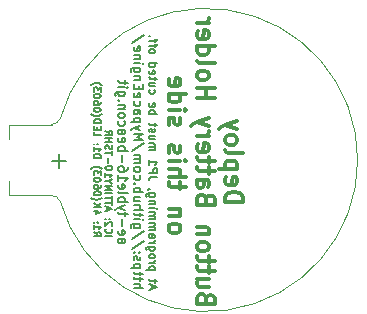
<source format=gbr>
G04 #@! TF.FileFunction,Legend,Bot*
%FSLAX46Y46*%
G04 Gerber Fmt 4.6, Leading zero omitted, Abs format (unit mm)*
G04 Created by KiCad (PCBNEW 4.0.1-stable) date 2019/04/06 0:17:03*
%MOMM*%
G01*
G04 APERTURE LIST*
%ADD10C,0.100000*%
%ADD11C,0.150000*%
%ADD12C,0.200000*%
%ADD13C,0.300000*%
%ADD14C,0.120000*%
G04 APERTURE END LIST*
D10*
D11*
X159083333Y-115916663D02*
X159083333Y-115583329D01*
X158883333Y-115983329D02*
X159583333Y-115749996D01*
X158883333Y-115516663D01*
X159350000Y-115383329D02*
X159350000Y-115116663D01*
X159583333Y-115283329D02*
X158983333Y-115283329D01*
X158916667Y-115249996D01*
X158883333Y-115183329D01*
X158883333Y-115116663D01*
X159350000Y-114349996D02*
X158650000Y-114349996D01*
X159316667Y-114349996D02*
X159350000Y-114283330D01*
X159350000Y-114149996D01*
X159316667Y-114083330D01*
X159283333Y-114049996D01*
X159216667Y-114016663D01*
X159016667Y-114016663D01*
X158950000Y-114049996D01*
X158916667Y-114083330D01*
X158883333Y-114149996D01*
X158883333Y-114283330D01*
X158916667Y-114349996D01*
X158883333Y-113716663D02*
X159350000Y-113716663D01*
X159216667Y-113716663D02*
X159283333Y-113683330D01*
X159316667Y-113649997D01*
X159350000Y-113583330D01*
X159350000Y-113516663D01*
X158883333Y-113183330D02*
X158916667Y-113249997D01*
X158950000Y-113283330D01*
X159016667Y-113316664D01*
X159216667Y-113316664D01*
X159283333Y-113283330D01*
X159316667Y-113249997D01*
X159350000Y-113183330D01*
X159350000Y-113083330D01*
X159316667Y-113016664D01*
X159283333Y-112983330D01*
X159216667Y-112949997D01*
X159016667Y-112949997D01*
X158950000Y-112983330D01*
X158916667Y-113016664D01*
X158883333Y-113083330D01*
X158883333Y-113183330D01*
X159350000Y-112349997D02*
X158783333Y-112349997D01*
X158716667Y-112383331D01*
X158683333Y-112416664D01*
X158650000Y-112483331D01*
X158650000Y-112583331D01*
X158683333Y-112649997D01*
X158916667Y-112349997D02*
X158883333Y-112416664D01*
X158883333Y-112549997D01*
X158916667Y-112616664D01*
X158950000Y-112649997D01*
X159016667Y-112683331D01*
X159216667Y-112683331D01*
X159283333Y-112649997D01*
X159316667Y-112616664D01*
X159350000Y-112549997D01*
X159350000Y-112416664D01*
X159316667Y-112349997D01*
X158883333Y-112016664D02*
X159350000Y-112016664D01*
X159216667Y-112016664D02*
X159283333Y-111983331D01*
X159316667Y-111949998D01*
X159350000Y-111883331D01*
X159350000Y-111816664D01*
X158883333Y-111283331D02*
X159250000Y-111283331D01*
X159316667Y-111316665D01*
X159350000Y-111383331D01*
X159350000Y-111516665D01*
X159316667Y-111583331D01*
X158916667Y-111283331D02*
X158883333Y-111349998D01*
X158883333Y-111516665D01*
X158916667Y-111583331D01*
X158983333Y-111616665D01*
X159050000Y-111616665D01*
X159116667Y-111583331D01*
X159150000Y-111516665D01*
X159150000Y-111349998D01*
X159183333Y-111283331D01*
X158883333Y-110949998D02*
X159350000Y-110949998D01*
X159283333Y-110949998D02*
X159316667Y-110916665D01*
X159350000Y-110849998D01*
X159350000Y-110749998D01*
X159316667Y-110683332D01*
X159250000Y-110649998D01*
X158883333Y-110649998D01*
X159250000Y-110649998D02*
X159316667Y-110616665D01*
X159350000Y-110549998D01*
X159350000Y-110449998D01*
X159316667Y-110383332D01*
X159250000Y-110349998D01*
X158883333Y-110349998D01*
X158883333Y-110016665D02*
X159350000Y-110016665D01*
X159283333Y-110016665D02*
X159316667Y-109983332D01*
X159350000Y-109916665D01*
X159350000Y-109816665D01*
X159316667Y-109749999D01*
X159250000Y-109716665D01*
X158883333Y-109716665D01*
X159250000Y-109716665D02*
X159316667Y-109683332D01*
X159350000Y-109616665D01*
X159350000Y-109516665D01*
X159316667Y-109449999D01*
X159250000Y-109416665D01*
X158883333Y-109416665D01*
X158883333Y-109083332D02*
X159350000Y-109083332D01*
X159583333Y-109083332D02*
X159550000Y-109116666D01*
X159516667Y-109083332D01*
X159550000Y-109049999D01*
X159583333Y-109083332D01*
X159516667Y-109083332D01*
X159350000Y-108749999D02*
X158883333Y-108749999D01*
X159283333Y-108749999D02*
X159316667Y-108716666D01*
X159350000Y-108649999D01*
X159350000Y-108549999D01*
X159316667Y-108483333D01*
X159250000Y-108449999D01*
X158883333Y-108449999D01*
X159350000Y-107816666D02*
X158783333Y-107816666D01*
X158716667Y-107850000D01*
X158683333Y-107883333D01*
X158650000Y-107950000D01*
X158650000Y-108050000D01*
X158683333Y-108116666D01*
X158916667Y-107816666D02*
X158883333Y-107883333D01*
X158883333Y-108016666D01*
X158916667Y-108083333D01*
X158950000Y-108116666D01*
X159016667Y-108150000D01*
X159216667Y-108150000D01*
X159283333Y-108116666D01*
X159316667Y-108083333D01*
X159350000Y-108016666D01*
X159350000Y-107883333D01*
X159316667Y-107816666D01*
X158916667Y-107450000D02*
X158883333Y-107450000D01*
X158816667Y-107483333D01*
X158783333Y-107516667D01*
X159583333Y-106416667D02*
X159083333Y-106416667D01*
X158983333Y-106450001D01*
X158916667Y-106516667D01*
X158883333Y-106616667D01*
X158883333Y-106683334D01*
X158883333Y-106083334D02*
X159583333Y-106083334D01*
X159583333Y-105816668D01*
X159550000Y-105750001D01*
X159516667Y-105716668D01*
X159450000Y-105683334D01*
X159350000Y-105683334D01*
X159283333Y-105716668D01*
X159250000Y-105750001D01*
X159216667Y-105816668D01*
X159216667Y-106083334D01*
X158883333Y-105016668D02*
X158883333Y-105416668D01*
X158883333Y-105216668D02*
X159583333Y-105216668D01*
X159483333Y-105283334D01*
X159416667Y-105350001D01*
X159383333Y-105416668D01*
X158883333Y-104183334D02*
X159350000Y-104183334D01*
X159283333Y-104183334D02*
X159316667Y-104150001D01*
X159350000Y-104083334D01*
X159350000Y-103983334D01*
X159316667Y-103916668D01*
X159250000Y-103883334D01*
X158883333Y-103883334D01*
X159250000Y-103883334D02*
X159316667Y-103850001D01*
X159350000Y-103783334D01*
X159350000Y-103683334D01*
X159316667Y-103616668D01*
X159250000Y-103583334D01*
X158883333Y-103583334D01*
X159350000Y-102950001D02*
X158883333Y-102950001D01*
X159350000Y-103250001D02*
X158983333Y-103250001D01*
X158916667Y-103216668D01*
X158883333Y-103150001D01*
X158883333Y-103050001D01*
X158916667Y-102983335D01*
X158950000Y-102950001D01*
X158916667Y-102650002D02*
X158883333Y-102583335D01*
X158883333Y-102450002D01*
X158916667Y-102383335D01*
X158983333Y-102350002D01*
X159016667Y-102350002D01*
X159083333Y-102383335D01*
X159116667Y-102450002D01*
X159116667Y-102550002D01*
X159150000Y-102616668D01*
X159216667Y-102650002D01*
X159250000Y-102650002D01*
X159316667Y-102616668D01*
X159350000Y-102550002D01*
X159350000Y-102450002D01*
X159316667Y-102383335D01*
X159350000Y-102150001D02*
X159350000Y-101883335D01*
X159583333Y-102050001D02*
X158983333Y-102050001D01*
X158916667Y-102016668D01*
X158883333Y-101950001D01*
X158883333Y-101883335D01*
X158883333Y-101116668D02*
X159583333Y-101116668D01*
X159316667Y-101116668D02*
X159350000Y-101050002D01*
X159350000Y-100916668D01*
X159316667Y-100850002D01*
X159283333Y-100816668D01*
X159216667Y-100783335D01*
X159016667Y-100783335D01*
X158950000Y-100816668D01*
X158916667Y-100850002D01*
X158883333Y-100916668D01*
X158883333Y-101050002D01*
X158916667Y-101116668D01*
X158916667Y-100216669D02*
X158883333Y-100283335D01*
X158883333Y-100416669D01*
X158916667Y-100483335D01*
X158983333Y-100516669D01*
X159250000Y-100516669D01*
X159316667Y-100483335D01*
X159350000Y-100416669D01*
X159350000Y-100283335D01*
X159316667Y-100216669D01*
X159250000Y-100183335D01*
X159183333Y-100183335D01*
X159116667Y-100516669D01*
X158916667Y-99050002D02*
X158883333Y-99116669D01*
X158883333Y-99250002D01*
X158916667Y-99316669D01*
X158950000Y-99350002D01*
X159016667Y-99383336D01*
X159216667Y-99383336D01*
X159283333Y-99350002D01*
X159316667Y-99316669D01*
X159350000Y-99250002D01*
X159350000Y-99116669D01*
X159316667Y-99050002D01*
X159350000Y-98450002D02*
X158883333Y-98450002D01*
X159350000Y-98750002D02*
X158983333Y-98750002D01*
X158916667Y-98716669D01*
X158883333Y-98650002D01*
X158883333Y-98550002D01*
X158916667Y-98483336D01*
X158950000Y-98450002D01*
X159350000Y-98216669D02*
X159350000Y-97950003D01*
X159583333Y-98116669D02*
X158983333Y-98116669D01*
X158916667Y-98083336D01*
X158883333Y-98016669D01*
X158883333Y-97950003D01*
X158916667Y-97450003D02*
X158883333Y-97516669D01*
X158883333Y-97650003D01*
X158916667Y-97716669D01*
X158983333Y-97750003D01*
X159250000Y-97750003D01*
X159316667Y-97716669D01*
X159350000Y-97650003D01*
X159350000Y-97516669D01*
X159316667Y-97450003D01*
X159250000Y-97416669D01*
X159183333Y-97416669D01*
X159116667Y-97750003D01*
X158883333Y-96816669D02*
X159583333Y-96816669D01*
X158916667Y-96816669D02*
X158883333Y-96883336D01*
X158883333Y-97016669D01*
X158916667Y-97083336D01*
X158950000Y-97116669D01*
X159016667Y-97150003D01*
X159216667Y-97150003D01*
X159283333Y-97116669D01*
X159316667Y-97083336D01*
X159350000Y-97016669D01*
X159350000Y-96883336D01*
X159316667Y-96816669D01*
X158883333Y-95850003D02*
X158916667Y-95916670D01*
X158950000Y-95950003D01*
X159016667Y-95983337D01*
X159216667Y-95983337D01*
X159283333Y-95950003D01*
X159316667Y-95916670D01*
X159350000Y-95850003D01*
X159350000Y-95750003D01*
X159316667Y-95683337D01*
X159283333Y-95650003D01*
X159216667Y-95616670D01*
X159016667Y-95616670D01*
X158950000Y-95650003D01*
X158916667Y-95683337D01*
X158883333Y-95750003D01*
X158883333Y-95850003D01*
X159350000Y-95416670D02*
X159350000Y-95150004D01*
X158883333Y-95316670D02*
X159483333Y-95316670D01*
X159550000Y-95283337D01*
X159583333Y-95216670D01*
X159583333Y-95150004D01*
X159350000Y-95016670D02*
X159350000Y-94750004D01*
X158883333Y-94916670D02*
X159483333Y-94916670D01*
X159550000Y-94883337D01*
X159583333Y-94816670D01*
X159583333Y-94750004D01*
X158950000Y-94516670D02*
X158916667Y-94483337D01*
X158883333Y-94516670D01*
X158916667Y-94550004D01*
X158950000Y-94516670D01*
X158883333Y-94516670D01*
D12*
X157598095Y-115828573D02*
X158398095Y-115828573D01*
X157598095Y-115485716D02*
X158017143Y-115485716D01*
X158093333Y-115523811D01*
X158131429Y-115600001D01*
X158131429Y-115714287D01*
X158093333Y-115790478D01*
X158055238Y-115828573D01*
X158131429Y-115219049D02*
X158131429Y-114914287D01*
X158398095Y-115104763D02*
X157712381Y-115104763D01*
X157636190Y-115066668D01*
X157598095Y-114990477D01*
X157598095Y-114914287D01*
X158131429Y-114761906D02*
X158131429Y-114457144D01*
X158398095Y-114647620D02*
X157712381Y-114647620D01*
X157636190Y-114609525D01*
X157598095Y-114533334D01*
X157598095Y-114457144D01*
X158131429Y-114190477D02*
X157331429Y-114190477D01*
X158093333Y-114190477D02*
X158131429Y-114114286D01*
X158131429Y-113961905D01*
X158093333Y-113885715D01*
X158055238Y-113847620D01*
X157979048Y-113809524D01*
X157750476Y-113809524D01*
X157674286Y-113847620D01*
X157636190Y-113885715D01*
X157598095Y-113961905D01*
X157598095Y-114114286D01*
X157636190Y-114190477D01*
X157636190Y-113504762D02*
X157598095Y-113428572D01*
X157598095Y-113276191D01*
X157636190Y-113200000D01*
X157712381Y-113161905D01*
X157750476Y-113161905D01*
X157826667Y-113200000D01*
X157864762Y-113276191D01*
X157864762Y-113390476D01*
X157902857Y-113466667D01*
X157979048Y-113504762D01*
X158017143Y-113504762D01*
X158093333Y-113466667D01*
X158131429Y-113390476D01*
X158131429Y-113276191D01*
X158093333Y-113200000D01*
X157674286Y-112819048D02*
X157636190Y-112780953D01*
X157598095Y-112819048D01*
X157636190Y-112857143D01*
X157674286Y-112819048D01*
X157598095Y-112819048D01*
X158093333Y-112819048D02*
X158055238Y-112780953D01*
X158017143Y-112819048D01*
X158055238Y-112857143D01*
X158093333Y-112819048D01*
X158017143Y-112819048D01*
X158436190Y-111866667D02*
X157407619Y-112552382D01*
X158436190Y-111028572D02*
X157407619Y-111714287D01*
X158131429Y-110419049D02*
X157483810Y-110419049D01*
X157407619Y-110457144D01*
X157369524Y-110495239D01*
X157331429Y-110571430D01*
X157331429Y-110685715D01*
X157369524Y-110761906D01*
X157636190Y-110419049D02*
X157598095Y-110495239D01*
X157598095Y-110647620D01*
X157636190Y-110723811D01*
X157674286Y-110761906D01*
X157750476Y-110800001D01*
X157979048Y-110800001D01*
X158055238Y-110761906D01*
X158093333Y-110723811D01*
X158131429Y-110647620D01*
X158131429Y-110495239D01*
X158093333Y-110419049D01*
X157598095Y-110038096D02*
X158131429Y-110038096D01*
X158398095Y-110038096D02*
X158360000Y-110076191D01*
X158321905Y-110038096D01*
X158360000Y-110000001D01*
X158398095Y-110038096D01*
X158321905Y-110038096D01*
X158131429Y-109771430D02*
X158131429Y-109466668D01*
X158398095Y-109657144D02*
X157712381Y-109657144D01*
X157636190Y-109619049D01*
X157598095Y-109542858D01*
X157598095Y-109466668D01*
X157598095Y-109200001D02*
X158398095Y-109200001D01*
X157598095Y-108857144D02*
X158017143Y-108857144D01*
X158093333Y-108895239D01*
X158131429Y-108971429D01*
X158131429Y-109085715D01*
X158093333Y-109161906D01*
X158055238Y-109200001D01*
X158131429Y-108133334D02*
X157598095Y-108133334D01*
X158131429Y-108476191D02*
X157712381Y-108476191D01*
X157636190Y-108438096D01*
X157598095Y-108361905D01*
X157598095Y-108247619D01*
X157636190Y-108171429D01*
X157674286Y-108133334D01*
X157598095Y-107752381D02*
X158398095Y-107752381D01*
X158093333Y-107752381D02*
X158131429Y-107676190D01*
X158131429Y-107523809D01*
X158093333Y-107447619D01*
X158055238Y-107409524D01*
X157979048Y-107371428D01*
X157750476Y-107371428D01*
X157674286Y-107409524D01*
X157636190Y-107447619D01*
X157598095Y-107523809D01*
X157598095Y-107676190D01*
X157636190Y-107752381D01*
X157674286Y-107028571D02*
X157636190Y-106990476D01*
X157598095Y-107028571D01*
X157636190Y-107066666D01*
X157674286Y-107028571D01*
X157598095Y-107028571D01*
X157636190Y-106304762D02*
X157598095Y-106380952D01*
X157598095Y-106533333D01*
X157636190Y-106609524D01*
X157674286Y-106647619D01*
X157750476Y-106685714D01*
X157979048Y-106685714D01*
X158055238Y-106647619D01*
X158093333Y-106609524D01*
X158131429Y-106533333D01*
X158131429Y-106380952D01*
X158093333Y-106304762D01*
X157598095Y-105847619D02*
X157636190Y-105923810D01*
X157674286Y-105961905D01*
X157750476Y-106000000D01*
X157979048Y-106000000D01*
X158055238Y-105961905D01*
X158093333Y-105923810D01*
X158131429Y-105847619D01*
X158131429Y-105733333D01*
X158093333Y-105657143D01*
X158055238Y-105619048D01*
X157979048Y-105580952D01*
X157750476Y-105580952D01*
X157674286Y-105619048D01*
X157636190Y-105657143D01*
X157598095Y-105733333D01*
X157598095Y-105847619D01*
X157598095Y-105238095D02*
X158131429Y-105238095D01*
X158055238Y-105238095D02*
X158093333Y-105200000D01*
X158131429Y-105123809D01*
X158131429Y-105009523D01*
X158093333Y-104933333D01*
X158017143Y-104895238D01*
X157598095Y-104895238D01*
X158017143Y-104895238D02*
X158093333Y-104857142D01*
X158131429Y-104780952D01*
X158131429Y-104666666D01*
X158093333Y-104590476D01*
X158017143Y-104552381D01*
X157598095Y-104552381D01*
X158436190Y-103599999D02*
X157407619Y-104285714D01*
X157598095Y-103333333D02*
X158398095Y-103333333D01*
X157826667Y-103066666D01*
X158398095Y-102799999D01*
X157598095Y-102799999D01*
X158131429Y-102495237D02*
X157598095Y-102304761D01*
X158131429Y-102114285D02*
X157598095Y-102304761D01*
X157407619Y-102380952D01*
X157369524Y-102419047D01*
X157331429Y-102495237D01*
X158131429Y-101809523D02*
X157331429Y-101809523D01*
X158093333Y-101809523D02*
X158131429Y-101733332D01*
X158131429Y-101580951D01*
X158093333Y-101504761D01*
X158055238Y-101466666D01*
X157979048Y-101428570D01*
X157750476Y-101428570D01*
X157674286Y-101466666D01*
X157636190Y-101504761D01*
X157598095Y-101580951D01*
X157598095Y-101733332D01*
X157636190Y-101809523D01*
X157598095Y-100742856D02*
X158017143Y-100742856D01*
X158093333Y-100780951D01*
X158131429Y-100857141D01*
X158131429Y-101009522D01*
X158093333Y-101085713D01*
X157636190Y-100742856D02*
X157598095Y-100819046D01*
X157598095Y-101009522D01*
X157636190Y-101085713D01*
X157712381Y-101123808D01*
X157788571Y-101123808D01*
X157864762Y-101085713D01*
X157902857Y-101009522D01*
X157902857Y-100819046D01*
X157940952Y-100742856D01*
X157636190Y-100019046D02*
X157598095Y-100095236D01*
X157598095Y-100247617D01*
X157636190Y-100323808D01*
X157674286Y-100361903D01*
X157750476Y-100399998D01*
X157979048Y-100399998D01*
X158055238Y-100361903D01*
X158093333Y-100323808D01*
X158131429Y-100247617D01*
X158131429Y-100095236D01*
X158093333Y-100019046D01*
X157636190Y-99371427D02*
X157598095Y-99447617D01*
X157598095Y-99599998D01*
X157636190Y-99676189D01*
X157712381Y-99714284D01*
X158017143Y-99714284D01*
X158093333Y-99676189D01*
X158131429Y-99599998D01*
X158131429Y-99447617D01*
X158093333Y-99371427D01*
X158017143Y-99333332D01*
X157940952Y-99333332D01*
X157864762Y-99714284D01*
X158017143Y-98990475D02*
X158017143Y-98723808D01*
X157598095Y-98609522D02*
X157598095Y-98990475D01*
X158398095Y-98990475D01*
X158398095Y-98609522D01*
X158131429Y-98266665D02*
X157598095Y-98266665D01*
X158055238Y-98266665D02*
X158093333Y-98228570D01*
X158131429Y-98152379D01*
X158131429Y-98038093D01*
X158093333Y-97961903D01*
X158017143Y-97923808D01*
X157598095Y-97923808D01*
X158131429Y-97199998D02*
X157483810Y-97199998D01*
X157407619Y-97238093D01*
X157369524Y-97276188D01*
X157331429Y-97352379D01*
X157331429Y-97466664D01*
X157369524Y-97542855D01*
X157636190Y-97199998D02*
X157598095Y-97276188D01*
X157598095Y-97428569D01*
X157636190Y-97504760D01*
X157674286Y-97542855D01*
X157750476Y-97580950D01*
X157979048Y-97580950D01*
X158055238Y-97542855D01*
X158093333Y-97504760D01*
X158131429Y-97428569D01*
X158131429Y-97276188D01*
X158093333Y-97199998D01*
X157598095Y-96819045D02*
X158131429Y-96819045D01*
X158398095Y-96819045D02*
X158360000Y-96857140D01*
X158321905Y-96819045D01*
X158360000Y-96780950D01*
X158398095Y-96819045D01*
X158321905Y-96819045D01*
X158131429Y-96438093D02*
X157598095Y-96438093D01*
X158055238Y-96438093D02*
X158093333Y-96399998D01*
X158131429Y-96323807D01*
X158131429Y-96209521D01*
X158093333Y-96133331D01*
X158017143Y-96095236D01*
X157598095Y-96095236D01*
X157636190Y-95409521D02*
X157598095Y-95485711D01*
X157598095Y-95638092D01*
X157636190Y-95714283D01*
X157712381Y-95752378D01*
X158017143Y-95752378D01*
X158093333Y-95714283D01*
X158131429Y-95638092D01*
X158131429Y-95485711D01*
X158093333Y-95409521D01*
X158017143Y-95371426D01*
X157940952Y-95371426D01*
X157864762Y-95752378D01*
X158436190Y-94457140D02*
X157407619Y-95142855D01*
X156278095Y-111676192D02*
X156697143Y-111676192D01*
X156773333Y-111714287D01*
X156811429Y-111790477D01*
X156811429Y-111942858D01*
X156773333Y-112019049D01*
X156316190Y-111676192D02*
X156278095Y-111752382D01*
X156278095Y-111942858D01*
X156316190Y-112019049D01*
X156392381Y-112057144D01*
X156468571Y-112057144D01*
X156544762Y-112019049D01*
X156582857Y-111942858D01*
X156582857Y-111752382D01*
X156620952Y-111676192D01*
X156316190Y-110990477D02*
X156278095Y-111066667D01*
X156278095Y-111219048D01*
X156316190Y-111295239D01*
X156392381Y-111333334D01*
X156697143Y-111333334D01*
X156773333Y-111295239D01*
X156811429Y-111219048D01*
X156811429Y-111066667D01*
X156773333Y-110990477D01*
X156697143Y-110952382D01*
X156620952Y-110952382D01*
X156544762Y-111333334D01*
X156582857Y-110609525D02*
X156582857Y-110000001D01*
X156811429Y-109733335D02*
X156811429Y-109428573D01*
X157078095Y-109619049D02*
X156392381Y-109619049D01*
X156316190Y-109580954D01*
X156278095Y-109504763D01*
X156278095Y-109428573D01*
X156811429Y-109238096D02*
X156278095Y-109047620D01*
X156811429Y-108857144D02*
X156278095Y-109047620D01*
X156087619Y-109123811D01*
X156049524Y-109161906D01*
X156011429Y-109238096D01*
X156278095Y-108552382D02*
X157078095Y-108552382D01*
X156773333Y-108552382D02*
X156811429Y-108476191D01*
X156811429Y-108323810D01*
X156773333Y-108247620D01*
X156735238Y-108209525D01*
X156659048Y-108171429D01*
X156430476Y-108171429D01*
X156354286Y-108209525D01*
X156316190Y-108247620D01*
X156278095Y-108323810D01*
X156278095Y-108476191D01*
X156316190Y-108552382D01*
X156278095Y-107714286D02*
X156316190Y-107790477D01*
X156392381Y-107828572D01*
X157078095Y-107828572D01*
X156316190Y-107104762D02*
X156278095Y-107180952D01*
X156278095Y-107333333D01*
X156316190Y-107409524D01*
X156392381Y-107447619D01*
X156697143Y-107447619D01*
X156773333Y-107409524D01*
X156811429Y-107333333D01*
X156811429Y-107180952D01*
X156773333Y-107104762D01*
X156697143Y-107066667D01*
X156620952Y-107066667D01*
X156544762Y-107447619D01*
X156278095Y-106304762D02*
X156278095Y-106761905D01*
X156278095Y-106533334D02*
X157078095Y-106533334D01*
X156963810Y-106609524D01*
X156887619Y-106685715D01*
X156849524Y-106761905D01*
X157078095Y-105619048D02*
X157078095Y-105771429D01*
X157040000Y-105847619D01*
X157001905Y-105885714D01*
X156887619Y-105961905D01*
X156735238Y-106000000D01*
X156430476Y-106000000D01*
X156354286Y-105961905D01*
X156316190Y-105923810D01*
X156278095Y-105847619D01*
X156278095Y-105695238D01*
X156316190Y-105619048D01*
X156354286Y-105580952D01*
X156430476Y-105542857D01*
X156620952Y-105542857D01*
X156697143Y-105580952D01*
X156735238Y-105619048D01*
X156773333Y-105695238D01*
X156773333Y-105847619D01*
X156735238Y-105923810D01*
X156697143Y-105961905D01*
X156620952Y-106000000D01*
X156582857Y-105200000D02*
X156582857Y-104590476D01*
X156278095Y-104209524D02*
X157078095Y-104209524D01*
X156773333Y-104209524D02*
X156811429Y-104133333D01*
X156811429Y-103980952D01*
X156773333Y-103904762D01*
X156735238Y-103866667D01*
X156659048Y-103828571D01*
X156430476Y-103828571D01*
X156354286Y-103866667D01*
X156316190Y-103904762D01*
X156278095Y-103980952D01*
X156278095Y-104133333D01*
X156316190Y-104209524D01*
X156316190Y-103180952D02*
X156278095Y-103257142D01*
X156278095Y-103409523D01*
X156316190Y-103485714D01*
X156392381Y-103523809D01*
X156697143Y-103523809D01*
X156773333Y-103485714D01*
X156811429Y-103409523D01*
X156811429Y-103257142D01*
X156773333Y-103180952D01*
X156697143Y-103142857D01*
X156620952Y-103142857D01*
X156544762Y-103523809D01*
X156278095Y-102457143D02*
X156697143Y-102457143D01*
X156773333Y-102495238D01*
X156811429Y-102571428D01*
X156811429Y-102723809D01*
X156773333Y-102800000D01*
X156316190Y-102457143D02*
X156278095Y-102533333D01*
X156278095Y-102723809D01*
X156316190Y-102800000D01*
X156392381Y-102838095D01*
X156468571Y-102838095D01*
X156544762Y-102800000D01*
X156582857Y-102723809D01*
X156582857Y-102533333D01*
X156620952Y-102457143D01*
X156316190Y-101733333D02*
X156278095Y-101809523D01*
X156278095Y-101961904D01*
X156316190Y-102038095D01*
X156354286Y-102076190D01*
X156430476Y-102114285D01*
X156659048Y-102114285D01*
X156735238Y-102076190D01*
X156773333Y-102038095D01*
X156811429Y-101961904D01*
X156811429Y-101809523D01*
X156773333Y-101733333D01*
X156278095Y-101276190D02*
X156316190Y-101352381D01*
X156354286Y-101390476D01*
X156430476Y-101428571D01*
X156659048Y-101428571D01*
X156735238Y-101390476D01*
X156773333Y-101352381D01*
X156811429Y-101276190D01*
X156811429Y-101161904D01*
X156773333Y-101085714D01*
X156735238Y-101047619D01*
X156659048Y-101009523D01*
X156430476Y-101009523D01*
X156354286Y-101047619D01*
X156316190Y-101085714D01*
X156278095Y-101161904D01*
X156278095Y-101276190D01*
X156811429Y-100666666D02*
X156278095Y-100666666D01*
X156735238Y-100666666D02*
X156773333Y-100628571D01*
X156811429Y-100552380D01*
X156811429Y-100438094D01*
X156773333Y-100361904D01*
X156697143Y-100323809D01*
X156278095Y-100323809D01*
X156354286Y-99942856D02*
X156316190Y-99904761D01*
X156278095Y-99942856D01*
X156316190Y-99980951D01*
X156354286Y-99942856D01*
X156278095Y-99942856D01*
X156811429Y-99219047D02*
X156163810Y-99219047D01*
X156087619Y-99257142D01*
X156049524Y-99295237D01*
X156011429Y-99371428D01*
X156011429Y-99485713D01*
X156049524Y-99561904D01*
X156316190Y-99219047D02*
X156278095Y-99295237D01*
X156278095Y-99447618D01*
X156316190Y-99523809D01*
X156354286Y-99561904D01*
X156430476Y-99599999D01*
X156659048Y-99599999D01*
X156735238Y-99561904D01*
X156773333Y-99523809D01*
X156811429Y-99447618D01*
X156811429Y-99295237D01*
X156773333Y-99219047D01*
X156278095Y-98838094D02*
X156811429Y-98838094D01*
X157078095Y-98838094D02*
X157040000Y-98876189D01*
X157001905Y-98838094D01*
X157040000Y-98799999D01*
X157078095Y-98838094D01*
X157001905Y-98838094D01*
X156811429Y-98571428D02*
X156811429Y-98266666D01*
X157078095Y-98457142D02*
X156392381Y-98457142D01*
X156316190Y-98419047D01*
X156278095Y-98342856D01*
X156278095Y-98266666D01*
D11*
X155173571Y-111457143D02*
X155773571Y-111457143D01*
X155230714Y-110828572D02*
X155202143Y-110857143D01*
X155173571Y-110942857D01*
X155173571Y-111000000D01*
X155202143Y-111085715D01*
X155259286Y-111142857D01*
X155316429Y-111171429D01*
X155430714Y-111200000D01*
X155516429Y-111200000D01*
X155630714Y-111171429D01*
X155687857Y-111142857D01*
X155745000Y-111085715D01*
X155773571Y-111000000D01*
X155773571Y-110942857D01*
X155745000Y-110857143D01*
X155716429Y-110828572D01*
X155716429Y-110600000D02*
X155745000Y-110571429D01*
X155773571Y-110514286D01*
X155773571Y-110371429D01*
X155745000Y-110314286D01*
X155716429Y-110285715D01*
X155659286Y-110257143D01*
X155602143Y-110257143D01*
X155516429Y-110285715D01*
X155173571Y-110628572D01*
X155173571Y-110257143D01*
X155230714Y-110000000D02*
X155202143Y-109971428D01*
X155173571Y-110000000D01*
X155202143Y-110028571D01*
X155230714Y-110000000D01*
X155173571Y-110000000D01*
X155545000Y-110000000D02*
X155516429Y-109971428D01*
X155487857Y-110000000D01*
X155516429Y-110028571D01*
X155545000Y-110000000D01*
X155487857Y-110000000D01*
X155345000Y-109285714D02*
X155345000Y-109000000D01*
X155173571Y-109342857D02*
X155773571Y-109142857D01*
X155173571Y-108942857D01*
X155773571Y-108828571D02*
X155773571Y-108485714D01*
X155173571Y-108657143D02*
X155773571Y-108657143D01*
X155773571Y-108371428D02*
X155773571Y-108028571D01*
X155173571Y-108200000D02*
X155773571Y-108200000D01*
X155173571Y-107828571D02*
X155773571Y-107828571D01*
X155173571Y-107542857D02*
X155773571Y-107542857D01*
X155173571Y-107200000D01*
X155773571Y-107200000D01*
X155459286Y-106800000D02*
X155173571Y-106800000D01*
X155773571Y-107000000D02*
X155459286Y-106800000D01*
X155773571Y-106600000D01*
X155173571Y-106085714D02*
X155173571Y-106428571D01*
X155173571Y-106257143D02*
X155773571Y-106257143D01*
X155687857Y-106314286D01*
X155630714Y-106371428D01*
X155602143Y-106428571D01*
X155773571Y-105714285D02*
X155773571Y-105657142D01*
X155745000Y-105599999D01*
X155716429Y-105571428D01*
X155659286Y-105542857D01*
X155545000Y-105514285D01*
X155402143Y-105514285D01*
X155287857Y-105542857D01*
X155230714Y-105571428D01*
X155202143Y-105599999D01*
X155173571Y-105657142D01*
X155173571Y-105714285D01*
X155202143Y-105771428D01*
X155230714Y-105799999D01*
X155287857Y-105828571D01*
X155402143Y-105857142D01*
X155545000Y-105857142D01*
X155659286Y-105828571D01*
X155716429Y-105799999D01*
X155745000Y-105771428D01*
X155773571Y-105714285D01*
X155402143Y-105257142D02*
X155402143Y-104799999D01*
X155773571Y-104599999D02*
X155773571Y-104257142D01*
X155173571Y-104428571D02*
X155773571Y-104428571D01*
X155202143Y-104085713D02*
X155173571Y-103999999D01*
X155173571Y-103857142D01*
X155202143Y-103799999D01*
X155230714Y-103771428D01*
X155287857Y-103742856D01*
X155345000Y-103742856D01*
X155402143Y-103771428D01*
X155430714Y-103799999D01*
X155459286Y-103857142D01*
X155487857Y-103971428D01*
X155516429Y-104028570D01*
X155545000Y-104057142D01*
X155602143Y-104085713D01*
X155659286Y-104085713D01*
X155716429Y-104057142D01*
X155745000Y-104028570D01*
X155773571Y-103971428D01*
X155773571Y-103828570D01*
X155745000Y-103742856D01*
X155173571Y-103485713D02*
X155773571Y-103485713D01*
X155487857Y-103485713D02*
X155487857Y-103142856D01*
X155173571Y-103142856D02*
X155773571Y-103142856D01*
X155173571Y-102514285D02*
X155459286Y-102714285D01*
X155173571Y-102857142D02*
X155773571Y-102857142D01*
X155773571Y-102628570D01*
X155745000Y-102571428D01*
X155716429Y-102542856D01*
X155659286Y-102514285D01*
X155573571Y-102514285D01*
X155516429Y-102542856D01*
X155487857Y-102571428D01*
X155459286Y-102628570D01*
X155459286Y-102857142D01*
X154183571Y-111114286D02*
X154469286Y-111314286D01*
X154183571Y-111457143D02*
X154783571Y-111457143D01*
X154783571Y-111228571D01*
X154755000Y-111171429D01*
X154726429Y-111142857D01*
X154669286Y-111114286D01*
X154583571Y-111114286D01*
X154526429Y-111142857D01*
X154497857Y-111171429D01*
X154469286Y-111228571D01*
X154469286Y-111457143D01*
X154183571Y-110542857D02*
X154183571Y-110885714D01*
X154183571Y-110714286D02*
X154783571Y-110714286D01*
X154697857Y-110771429D01*
X154640714Y-110828571D01*
X154612143Y-110885714D01*
X154240714Y-110285714D02*
X154212143Y-110257142D01*
X154183571Y-110285714D01*
X154212143Y-110314285D01*
X154240714Y-110285714D01*
X154183571Y-110285714D01*
X154555000Y-110285714D02*
X154526429Y-110257142D01*
X154497857Y-110285714D01*
X154526429Y-110314285D01*
X154555000Y-110285714D01*
X154497857Y-110285714D01*
X154583571Y-109285714D02*
X154183571Y-109285714D01*
X154812143Y-109428571D02*
X154383571Y-109571428D01*
X154383571Y-109200000D01*
X154183571Y-108971428D02*
X154783571Y-108971428D01*
X154183571Y-108628571D02*
X154526429Y-108885714D01*
X154783571Y-108628571D02*
X154440714Y-108971428D01*
X153955000Y-108199999D02*
X153983571Y-108228571D01*
X154069286Y-108285714D01*
X154126429Y-108314285D01*
X154212143Y-108342856D01*
X154355000Y-108371428D01*
X154469286Y-108371428D01*
X154612143Y-108342856D01*
X154697857Y-108314285D01*
X154755000Y-108285714D01*
X154840714Y-108228571D01*
X154869286Y-108199999D01*
X154783571Y-107857142D02*
X154783571Y-107799999D01*
X154755000Y-107742856D01*
X154726429Y-107714285D01*
X154669286Y-107685714D01*
X154555000Y-107657142D01*
X154412143Y-107657142D01*
X154297857Y-107685714D01*
X154240714Y-107714285D01*
X154212143Y-107742856D01*
X154183571Y-107799999D01*
X154183571Y-107857142D01*
X154212143Y-107914285D01*
X154240714Y-107942856D01*
X154297857Y-107971428D01*
X154412143Y-107999999D01*
X154555000Y-107999999D01*
X154669286Y-107971428D01*
X154726429Y-107942856D01*
X154755000Y-107914285D01*
X154783571Y-107857142D01*
X154783571Y-107142856D02*
X154783571Y-107257142D01*
X154755000Y-107314285D01*
X154726429Y-107342856D01*
X154640714Y-107399999D01*
X154526429Y-107428570D01*
X154297857Y-107428570D01*
X154240714Y-107399999D01*
X154212143Y-107371427D01*
X154183571Y-107314285D01*
X154183571Y-107199999D01*
X154212143Y-107142856D01*
X154240714Y-107114285D01*
X154297857Y-107085713D01*
X154440714Y-107085713D01*
X154497857Y-107114285D01*
X154526429Y-107142856D01*
X154555000Y-107199999D01*
X154555000Y-107314285D01*
X154526429Y-107371427D01*
X154497857Y-107399999D01*
X154440714Y-107428570D01*
X154783571Y-106714284D02*
X154783571Y-106657141D01*
X154755000Y-106599998D01*
X154726429Y-106571427D01*
X154669286Y-106542856D01*
X154555000Y-106514284D01*
X154412143Y-106514284D01*
X154297857Y-106542856D01*
X154240714Y-106571427D01*
X154212143Y-106599998D01*
X154183571Y-106657141D01*
X154183571Y-106714284D01*
X154212143Y-106771427D01*
X154240714Y-106799998D01*
X154297857Y-106828570D01*
X154412143Y-106857141D01*
X154555000Y-106857141D01*
X154669286Y-106828570D01*
X154726429Y-106799998D01*
X154755000Y-106771427D01*
X154783571Y-106714284D01*
X154783571Y-106314284D02*
X154783571Y-105942855D01*
X154555000Y-106142855D01*
X154555000Y-106057141D01*
X154526429Y-105999998D01*
X154497857Y-105971427D01*
X154440714Y-105942855D01*
X154297857Y-105942855D01*
X154240714Y-105971427D01*
X154212143Y-105999998D01*
X154183571Y-106057141D01*
X154183571Y-106228569D01*
X154212143Y-106285712D01*
X154240714Y-106314284D01*
X153955000Y-105742855D02*
X153983571Y-105714283D01*
X154069286Y-105657140D01*
X154126429Y-105628569D01*
X154212143Y-105599998D01*
X154355000Y-105571426D01*
X154469286Y-105571426D01*
X154612143Y-105599998D01*
X154697857Y-105628569D01*
X154755000Y-105657140D01*
X154840714Y-105714283D01*
X154869286Y-105742855D01*
X154183571Y-104828569D02*
X154783571Y-104828569D01*
X154783571Y-104685712D01*
X154755000Y-104599997D01*
X154697857Y-104542855D01*
X154640714Y-104514283D01*
X154526429Y-104485712D01*
X154440714Y-104485712D01*
X154326429Y-104514283D01*
X154269286Y-104542855D01*
X154212143Y-104599997D01*
X154183571Y-104685712D01*
X154183571Y-104828569D01*
X154183571Y-103914283D02*
X154183571Y-104257140D01*
X154183571Y-104085712D02*
X154783571Y-104085712D01*
X154697857Y-104142855D01*
X154640714Y-104199997D01*
X154612143Y-104257140D01*
X154240714Y-103657140D02*
X154212143Y-103628568D01*
X154183571Y-103657140D01*
X154212143Y-103685711D01*
X154240714Y-103657140D01*
X154183571Y-103657140D01*
X154555000Y-103657140D02*
X154526429Y-103628568D01*
X154497857Y-103657140D01*
X154526429Y-103685711D01*
X154555000Y-103657140D01*
X154497857Y-103657140D01*
X154183571Y-102628569D02*
X154183571Y-102914283D01*
X154783571Y-102914283D01*
X154497857Y-102428569D02*
X154497857Y-102228569D01*
X154183571Y-102142855D02*
X154183571Y-102428569D01*
X154783571Y-102428569D01*
X154783571Y-102142855D01*
X154183571Y-101885712D02*
X154783571Y-101885712D01*
X154783571Y-101742855D01*
X154755000Y-101657140D01*
X154697857Y-101599998D01*
X154640714Y-101571426D01*
X154526429Y-101542855D01*
X154440714Y-101542855D01*
X154326429Y-101571426D01*
X154269286Y-101599998D01*
X154212143Y-101657140D01*
X154183571Y-101742855D01*
X154183571Y-101885712D01*
X153955000Y-101114283D02*
X153983571Y-101142855D01*
X154069286Y-101199998D01*
X154126429Y-101228569D01*
X154212143Y-101257140D01*
X154355000Y-101285712D01*
X154469286Y-101285712D01*
X154612143Y-101257140D01*
X154697857Y-101228569D01*
X154755000Y-101199998D01*
X154840714Y-101142855D01*
X154869286Y-101114283D01*
X154783571Y-100771426D02*
X154783571Y-100714283D01*
X154755000Y-100657140D01*
X154726429Y-100628569D01*
X154669286Y-100599998D01*
X154555000Y-100571426D01*
X154412143Y-100571426D01*
X154297857Y-100599998D01*
X154240714Y-100628569D01*
X154212143Y-100657140D01*
X154183571Y-100714283D01*
X154183571Y-100771426D01*
X154212143Y-100828569D01*
X154240714Y-100857140D01*
X154297857Y-100885712D01*
X154412143Y-100914283D01*
X154555000Y-100914283D01*
X154669286Y-100885712D01*
X154726429Y-100857140D01*
X154755000Y-100828569D01*
X154783571Y-100771426D01*
X154783571Y-100057140D02*
X154783571Y-100171426D01*
X154755000Y-100228569D01*
X154726429Y-100257140D01*
X154640714Y-100314283D01*
X154526429Y-100342854D01*
X154297857Y-100342854D01*
X154240714Y-100314283D01*
X154212143Y-100285711D01*
X154183571Y-100228569D01*
X154183571Y-100114283D01*
X154212143Y-100057140D01*
X154240714Y-100028569D01*
X154297857Y-99999997D01*
X154440714Y-99999997D01*
X154497857Y-100028569D01*
X154526429Y-100057140D01*
X154555000Y-100114283D01*
X154555000Y-100228569D01*
X154526429Y-100285711D01*
X154497857Y-100314283D01*
X154440714Y-100342854D01*
X154783571Y-99628568D02*
X154783571Y-99571425D01*
X154755000Y-99514282D01*
X154726429Y-99485711D01*
X154669286Y-99457140D01*
X154555000Y-99428568D01*
X154412143Y-99428568D01*
X154297857Y-99457140D01*
X154240714Y-99485711D01*
X154212143Y-99514282D01*
X154183571Y-99571425D01*
X154183571Y-99628568D01*
X154212143Y-99685711D01*
X154240714Y-99714282D01*
X154297857Y-99742854D01*
X154412143Y-99771425D01*
X154555000Y-99771425D01*
X154669286Y-99742854D01*
X154726429Y-99714282D01*
X154755000Y-99685711D01*
X154783571Y-99628568D01*
X154783571Y-99228568D02*
X154783571Y-98857139D01*
X154555000Y-99057139D01*
X154555000Y-98971425D01*
X154526429Y-98914282D01*
X154497857Y-98885711D01*
X154440714Y-98857139D01*
X154297857Y-98857139D01*
X154240714Y-98885711D01*
X154212143Y-98914282D01*
X154183571Y-98971425D01*
X154183571Y-99142853D01*
X154212143Y-99199996D01*
X154240714Y-99228568D01*
X153955000Y-98657139D02*
X153983571Y-98628567D01*
X154069286Y-98571424D01*
X154126429Y-98542853D01*
X154212143Y-98514282D01*
X154355000Y-98485710D01*
X154469286Y-98485710D01*
X154612143Y-98514282D01*
X154697857Y-98542853D01*
X154755000Y-98571424D01*
X154840714Y-98628567D01*
X154869286Y-98657139D01*
D13*
X165321429Y-108553571D02*
X166821429Y-108553571D01*
X166821429Y-108196428D01*
X166750000Y-107982143D01*
X166607143Y-107839285D01*
X166464286Y-107767857D01*
X166178571Y-107696428D01*
X165964286Y-107696428D01*
X165678571Y-107767857D01*
X165535714Y-107839285D01*
X165392857Y-107982143D01*
X165321429Y-108196428D01*
X165321429Y-108553571D01*
X165392857Y-106482143D02*
X165321429Y-106625000D01*
X165321429Y-106910714D01*
X165392857Y-107053571D01*
X165535714Y-107125000D01*
X166107143Y-107125000D01*
X166250000Y-107053571D01*
X166321429Y-106910714D01*
X166321429Y-106625000D01*
X166250000Y-106482143D01*
X166107143Y-106410714D01*
X165964286Y-106410714D01*
X165821429Y-107125000D01*
X166321429Y-105767857D02*
X164821429Y-105767857D01*
X166250000Y-105767857D02*
X166321429Y-105625000D01*
X166321429Y-105339286D01*
X166250000Y-105196429D01*
X166178571Y-105125000D01*
X166035714Y-105053571D01*
X165607143Y-105053571D01*
X165464286Y-105125000D01*
X165392857Y-105196429D01*
X165321429Y-105339286D01*
X165321429Y-105625000D01*
X165392857Y-105767857D01*
X165321429Y-104196428D02*
X165392857Y-104339286D01*
X165535714Y-104410714D01*
X166821429Y-104410714D01*
X165321429Y-103410714D02*
X165392857Y-103553572D01*
X165464286Y-103625000D01*
X165607143Y-103696429D01*
X166035714Y-103696429D01*
X166178571Y-103625000D01*
X166250000Y-103553572D01*
X166321429Y-103410714D01*
X166321429Y-103196429D01*
X166250000Y-103053572D01*
X166178571Y-102982143D01*
X166035714Y-102910714D01*
X165607143Y-102910714D01*
X165464286Y-102982143D01*
X165392857Y-103053572D01*
X165321429Y-103196429D01*
X165321429Y-103410714D01*
X166321429Y-102410714D02*
X165321429Y-102053571D01*
X166321429Y-101696429D02*
X165321429Y-102053571D01*
X164964286Y-102196429D01*
X164892857Y-102267857D01*
X164821429Y-102410714D01*
X163707143Y-116732142D02*
X163635714Y-116517856D01*
X163564286Y-116446428D01*
X163421429Y-116374999D01*
X163207143Y-116374999D01*
X163064286Y-116446428D01*
X162992857Y-116517856D01*
X162921429Y-116660714D01*
X162921429Y-117232142D01*
X164421429Y-117232142D01*
X164421429Y-116732142D01*
X164350000Y-116589285D01*
X164278571Y-116517856D01*
X164135714Y-116446428D01*
X163992857Y-116446428D01*
X163850000Y-116517856D01*
X163778571Y-116589285D01*
X163707143Y-116732142D01*
X163707143Y-117232142D01*
X163921429Y-115089285D02*
X162921429Y-115089285D01*
X163921429Y-115732142D02*
X163135714Y-115732142D01*
X162992857Y-115660714D01*
X162921429Y-115517856D01*
X162921429Y-115303571D01*
X162992857Y-115160714D01*
X163064286Y-115089285D01*
X163921429Y-114589285D02*
X163921429Y-114017856D01*
X164421429Y-114374999D02*
X163135714Y-114374999D01*
X162992857Y-114303571D01*
X162921429Y-114160713D01*
X162921429Y-114017856D01*
X163921429Y-113732142D02*
X163921429Y-113160713D01*
X164421429Y-113517856D02*
X163135714Y-113517856D01*
X162992857Y-113446428D01*
X162921429Y-113303570D01*
X162921429Y-113160713D01*
X162921429Y-112446427D02*
X162992857Y-112589285D01*
X163064286Y-112660713D01*
X163207143Y-112732142D01*
X163635714Y-112732142D01*
X163778571Y-112660713D01*
X163850000Y-112589285D01*
X163921429Y-112446427D01*
X163921429Y-112232142D01*
X163850000Y-112089285D01*
X163778571Y-112017856D01*
X163635714Y-111946427D01*
X163207143Y-111946427D01*
X163064286Y-112017856D01*
X162992857Y-112089285D01*
X162921429Y-112232142D01*
X162921429Y-112446427D01*
X163921429Y-111303570D02*
X162921429Y-111303570D01*
X163778571Y-111303570D02*
X163850000Y-111232142D01*
X163921429Y-111089284D01*
X163921429Y-110874999D01*
X163850000Y-110732142D01*
X163707143Y-110660713D01*
X162921429Y-110660713D01*
X163707143Y-108303570D02*
X163635714Y-108089284D01*
X163564286Y-108017856D01*
X163421429Y-107946427D01*
X163207143Y-107946427D01*
X163064286Y-108017856D01*
X162992857Y-108089284D01*
X162921429Y-108232142D01*
X162921429Y-108803570D01*
X164421429Y-108803570D01*
X164421429Y-108303570D01*
X164350000Y-108160713D01*
X164278571Y-108089284D01*
X164135714Y-108017856D01*
X163992857Y-108017856D01*
X163850000Y-108089284D01*
X163778571Y-108160713D01*
X163707143Y-108303570D01*
X163707143Y-108803570D01*
X162921429Y-106660713D02*
X163707143Y-106660713D01*
X163850000Y-106732142D01*
X163921429Y-106874999D01*
X163921429Y-107160713D01*
X163850000Y-107303570D01*
X162992857Y-106660713D02*
X162921429Y-106803570D01*
X162921429Y-107160713D01*
X162992857Y-107303570D01*
X163135714Y-107374999D01*
X163278571Y-107374999D01*
X163421429Y-107303570D01*
X163492857Y-107160713D01*
X163492857Y-106803570D01*
X163564286Y-106660713D01*
X163921429Y-106160713D02*
X163921429Y-105589284D01*
X164421429Y-105946427D02*
X163135714Y-105946427D01*
X162992857Y-105874999D01*
X162921429Y-105732141D01*
X162921429Y-105589284D01*
X163921429Y-105303570D02*
X163921429Y-104732141D01*
X164421429Y-105089284D02*
X163135714Y-105089284D01*
X162992857Y-105017856D01*
X162921429Y-104874998D01*
X162921429Y-104732141D01*
X162992857Y-103660713D02*
X162921429Y-103803570D01*
X162921429Y-104089284D01*
X162992857Y-104232141D01*
X163135714Y-104303570D01*
X163707143Y-104303570D01*
X163850000Y-104232141D01*
X163921429Y-104089284D01*
X163921429Y-103803570D01*
X163850000Y-103660713D01*
X163707143Y-103589284D01*
X163564286Y-103589284D01*
X163421429Y-104303570D01*
X162921429Y-102946427D02*
X163921429Y-102946427D01*
X163635714Y-102946427D02*
X163778571Y-102874999D01*
X163850000Y-102803570D01*
X163921429Y-102660713D01*
X163921429Y-102517856D01*
X163921429Y-102160713D02*
X162921429Y-101803570D01*
X163921429Y-101446428D02*
X162921429Y-101803570D01*
X162564286Y-101946428D01*
X162492857Y-102017856D01*
X162421429Y-102160713D01*
X162921429Y-99732142D02*
X164421429Y-99732142D01*
X163707143Y-99732142D02*
X163707143Y-98874999D01*
X162921429Y-98874999D02*
X164421429Y-98874999D01*
X162921429Y-97946427D02*
X162992857Y-98089285D01*
X163064286Y-98160713D01*
X163207143Y-98232142D01*
X163635714Y-98232142D01*
X163778571Y-98160713D01*
X163850000Y-98089285D01*
X163921429Y-97946427D01*
X163921429Y-97732142D01*
X163850000Y-97589285D01*
X163778571Y-97517856D01*
X163635714Y-97446427D01*
X163207143Y-97446427D01*
X163064286Y-97517856D01*
X162992857Y-97589285D01*
X162921429Y-97732142D01*
X162921429Y-97946427D01*
X162921429Y-96589284D02*
X162992857Y-96732142D01*
X163135714Y-96803570D01*
X164421429Y-96803570D01*
X162921429Y-95374999D02*
X164421429Y-95374999D01*
X162992857Y-95374999D02*
X162921429Y-95517856D01*
X162921429Y-95803570D01*
X162992857Y-95946428D01*
X163064286Y-96017856D01*
X163207143Y-96089285D01*
X163635714Y-96089285D01*
X163778571Y-96017856D01*
X163850000Y-95946428D01*
X163921429Y-95803570D01*
X163921429Y-95517856D01*
X163850000Y-95374999D01*
X162992857Y-94089285D02*
X162921429Y-94232142D01*
X162921429Y-94517856D01*
X162992857Y-94660713D01*
X163135714Y-94732142D01*
X163707143Y-94732142D01*
X163850000Y-94660713D01*
X163921429Y-94517856D01*
X163921429Y-94232142D01*
X163850000Y-94089285D01*
X163707143Y-94017856D01*
X163564286Y-94017856D01*
X163421429Y-94732142D01*
X162921429Y-93374999D02*
X163921429Y-93374999D01*
X163635714Y-93374999D02*
X163778571Y-93303571D01*
X163850000Y-93232142D01*
X163921429Y-93089285D01*
X163921429Y-92946428D01*
X160521429Y-110910714D02*
X160592857Y-111053572D01*
X160664286Y-111125000D01*
X160807143Y-111196429D01*
X161235714Y-111196429D01*
X161378571Y-111125000D01*
X161450000Y-111053572D01*
X161521429Y-110910714D01*
X161521429Y-110696429D01*
X161450000Y-110553572D01*
X161378571Y-110482143D01*
X161235714Y-110410714D01*
X160807143Y-110410714D01*
X160664286Y-110482143D01*
X160592857Y-110553572D01*
X160521429Y-110696429D01*
X160521429Y-110910714D01*
X161521429Y-109767857D02*
X160521429Y-109767857D01*
X161378571Y-109767857D02*
X161450000Y-109696429D01*
X161521429Y-109553571D01*
X161521429Y-109339286D01*
X161450000Y-109196429D01*
X161307143Y-109125000D01*
X160521429Y-109125000D01*
X161521429Y-107482143D02*
X161521429Y-106910714D01*
X162021429Y-107267857D02*
X160735714Y-107267857D01*
X160592857Y-107196429D01*
X160521429Y-107053571D01*
X160521429Y-106910714D01*
X160521429Y-106410714D02*
X162021429Y-106410714D01*
X160521429Y-105767857D02*
X161307143Y-105767857D01*
X161450000Y-105839286D01*
X161521429Y-105982143D01*
X161521429Y-106196428D01*
X161450000Y-106339286D01*
X161378571Y-106410714D01*
X160521429Y-105053571D02*
X161521429Y-105053571D01*
X162021429Y-105053571D02*
X161950000Y-105125000D01*
X161878571Y-105053571D01*
X161950000Y-104982143D01*
X162021429Y-105053571D01*
X161878571Y-105053571D01*
X160592857Y-104410714D02*
X160521429Y-104267857D01*
X160521429Y-103982142D01*
X160592857Y-103839285D01*
X160735714Y-103767857D01*
X160807143Y-103767857D01*
X160950000Y-103839285D01*
X161021429Y-103982142D01*
X161021429Y-104196428D01*
X161092857Y-104339285D01*
X161235714Y-104410714D01*
X161307143Y-104410714D01*
X161450000Y-104339285D01*
X161521429Y-104196428D01*
X161521429Y-103982142D01*
X161450000Y-103839285D01*
X160592857Y-102053571D02*
X160521429Y-101910714D01*
X160521429Y-101624999D01*
X160592857Y-101482142D01*
X160735714Y-101410714D01*
X160807143Y-101410714D01*
X160950000Y-101482142D01*
X161021429Y-101624999D01*
X161021429Y-101839285D01*
X161092857Y-101982142D01*
X161235714Y-102053571D01*
X161307143Y-102053571D01*
X161450000Y-101982142D01*
X161521429Y-101839285D01*
X161521429Y-101624999D01*
X161450000Y-101482142D01*
X160521429Y-100767856D02*
X161521429Y-100767856D01*
X162021429Y-100767856D02*
X161950000Y-100839285D01*
X161878571Y-100767856D01*
X161950000Y-100696428D01*
X162021429Y-100767856D01*
X161878571Y-100767856D01*
X160521429Y-99410713D02*
X162021429Y-99410713D01*
X160592857Y-99410713D02*
X160521429Y-99553570D01*
X160521429Y-99839284D01*
X160592857Y-99982142D01*
X160664286Y-100053570D01*
X160807143Y-100124999D01*
X161235714Y-100124999D01*
X161378571Y-100053570D01*
X161450000Y-99982142D01*
X161521429Y-99839284D01*
X161521429Y-99553570D01*
X161450000Y-99410713D01*
X160592857Y-98124999D02*
X160521429Y-98267856D01*
X160521429Y-98553570D01*
X160592857Y-98696427D01*
X160735714Y-98767856D01*
X161307143Y-98767856D01*
X161450000Y-98696427D01*
X161521429Y-98553570D01*
X161521429Y-98267856D01*
X161450000Y-98124999D01*
X161307143Y-98053570D01*
X161164286Y-98053570D01*
X161021429Y-98767856D01*
D14*
X147051000Y-103204000D02*
X147051000Y-102004000D01*
X176537170Y-105076313D02*
G75*
G03X151351000Y-101504000I-12836170J72313D01*
G01*
X151352754Y-101477616D02*
G75*
G02X150601000Y-102004000I-751754J273616D01*
G01*
X176537170Y-104931687D02*
G75*
G02X151351000Y-108504000I-12836170J-72313D01*
G01*
X151352754Y-108530384D02*
G75*
G03X150601000Y-108004000I-751754J-273616D01*
G01*
X147051000Y-108004000D02*
X150651000Y-108004000D01*
X147051000Y-106804000D02*
X147051000Y-108004000D01*
X147051000Y-102004000D02*
X150651000Y-102004000D01*
D11*
X151822428Y-105111143D02*
X150679571Y-105111143D01*
X151251000Y-105682571D02*
X151251000Y-104539714D01*
M02*

</source>
